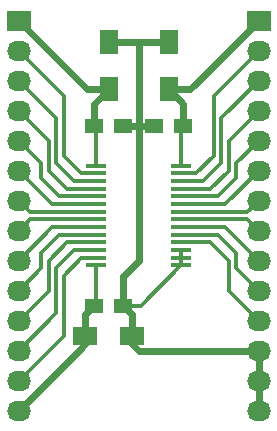
<source format=gbr>
G04 #@! TF.FileFunction,Copper,L1,Top,Signal*
%FSLAX46Y46*%
G04 Gerber Fmt 4.6, Leading zero omitted, Abs format (unit mm)*
G04 Created by KiCad (PCBNEW 4.0.2-4+6225~38~ubuntu14.04.1-stable) date Fri 11 Mar 2016 16:17:42 SAST*
%MOMM*%
G01*
G04 APERTURE LIST*
%ADD10C,0.100000*%
%ADD11R,1.600000X2.000000*%
%ADD12R,1.500000X1.250000*%
%ADD13R,2.000000X1.600000*%
%ADD14R,1.750000X0.395000*%
%ADD15R,2.032000X1.727200*%
%ADD16O,2.032000X1.727200*%
%ADD17C,0.600000*%
%ADD18C,0.300000*%
G04 APERTURE END LIST*
D10*
D11*
X167640000Y-97250000D03*
X167640000Y-93250000D03*
D12*
X166390000Y-100330000D03*
X168890000Y-100330000D03*
D13*
X165640000Y-118110000D03*
X169640000Y-118110000D03*
D12*
X166390000Y-115570000D03*
X168890000Y-115570000D03*
X173970000Y-100330000D03*
X171470000Y-100330000D03*
D11*
X172720000Y-97250000D03*
X172720000Y-93250000D03*
D14*
X166580000Y-103725000D03*
X166580000Y-104375000D03*
X166580000Y-105025000D03*
X166580000Y-105675000D03*
X166580000Y-106325000D03*
X166580000Y-106975000D03*
X166580000Y-107625000D03*
X166580000Y-108275000D03*
X166580000Y-108925000D03*
X166580000Y-109575000D03*
X166580000Y-110225000D03*
X166580000Y-110875000D03*
X166580000Y-111525000D03*
X166580000Y-112175000D03*
X173780000Y-112175000D03*
X173780000Y-111525000D03*
X173780000Y-110875000D03*
X173780000Y-110225000D03*
X173780000Y-109575000D03*
X173780000Y-108925000D03*
X173780000Y-108275000D03*
X173780000Y-107625000D03*
X173780000Y-106975000D03*
X173780000Y-106325000D03*
X173780000Y-105675000D03*
X173780000Y-105025000D03*
X173780000Y-104375000D03*
X173780000Y-103725000D03*
D15*
X160020000Y-91440000D03*
D16*
X160020000Y-93980000D03*
X160020000Y-96520000D03*
X160020000Y-99060000D03*
X160020000Y-101600000D03*
X160020000Y-104140000D03*
X160020000Y-106680000D03*
X160020000Y-109220000D03*
X160020000Y-111760000D03*
X160020000Y-114300000D03*
X160020000Y-116840000D03*
X160020000Y-119380000D03*
X160020000Y-121920000D03*
X160020000Y-124460000D03*
D15*
X180340000Y-91440000D03*
D16*
X180340000Y-93980000D03*
X180340000Y-96520000D03*
X180340000Y-99060000D03*
X180340000Y-101600000D03*
X180340000Y-104140000D03*
X180340000Y-106680000D03*
X180340000Y-109220000D03*
X180340000Y-111760000D03*
X180340000Y-114300000D03*
X180340000Y-116840000D03*
X180340000Y-119380000D03*
X180340000Y-121920000D03*
X180340000Y-124460000D03*
D17*
X167640000Y-97250000D02*
X165830000Y-97250000D01*
X165830000Y-97250000D02*
X160020000Y-91440000D01*
X166390000Y-100330000D02*
X166390000Y-98500000D01*
X166390000Y-98500000D02*
X167640000Y-97250000D01*
D18*
X166580000Y-103725000D02*
X166580000Y-100520000D01*
X166580000Y-100520000D02*
X166390000Y-100330000D01*
D17*
X170180000Y-100330000D02*
X170180000Y-111760000D01*
X168890000Y-113050000D02*
X168890000Y-115570000D01*
X170180000Y-111760000D02*
X168890000Y-113050000D01*
D18*
X168890000Y-115570000D02*
X170385000Y-115570000D01*
X170385000Y-115570000D02*
X173780000Y-112175000D01*
D17*
X180340000Y-119380000D02*
X180340000Y-121920000D01*
X180340000Y-124460000D02*
X180340000Y-121920000D01*
X169640000Y-118110000D02*
X169640000Y-118840000D01*
X169640000Y-118840000D02*
X170180000Y-119380000D01*
X170180000Y-119380000D02*
X180340000Y-119380000D01*
X170180000Y-93250000D02*
X170180000Y-100330000D01*
X167640000Y-93250000D02*
X170180000Y-93250000D01*
X170180000Y-93250000D02*
X172720000Y-93250000D01*
X168890000Y-100330000D02*
X170180000Y-100330000D01*
X170180000Y-100330000D02*
X171470000Y-100330000D01*
X169640000Y-118110000D02*
X170180000Y-118110000D01*
X169640000Y-118110000D02*
X169640000Y-116320000D01*
X169640000Y-116320000D02*
X168890000Y-115570000D01*
D18*
X173780000Y-111525000D02*
X173780000Y-112175000D01*
X173780000Y-110875000D02*
X173780000Y-111525000D01*
D17*
X165640000Y-118110000D02*
X165640000Y-118840000D01*
X165640000Y-118840000D02*
X160020000Y-124460000D01*
X165640000Y-118110000D02*
X165640000Y-116320000D01*
X165640000Y-116320000D02*
X166390000Y-115570000D01*
D18*
X166580000Y-112175000D02*
X166580000Y-115380000D01*
X166580000Y-115380000D02*
X166390000Y-115570000D01*
X166580000Y-115340000D02*
X166350000Y-115570000D01*
D17*
X172720000Y-97250000D02*
X174530000Y-97250000D01*
X174530000Y-97250000D02*
X180340000Y-91440000D01*
X173970000Y-100330000D02*
X173970000Y-98500000D01*
X173970000Y-98500000D02*
X172720000Y-97250000D01*
D18*
X173780000Y-103725000D02*
X173780000Y-100520000D01*
X173780000Y-100520000D02*
X173970000Y-100330000D01*
X166580000Y-104375000D02*
X165335000Y-104375000D01*
X163830000Y-97790000D02*
X160020000Y-93980000D01*
X163830000Y-102870000D02*
X163830000Y-97790000D01*
X165335000Y-104375000D02*
X163830000Y-102870000D01*
X166580000Y-105025000D02*
X164715000Y-105025000D01*
X163195000Y-99695000D02*
X160020000Y-96520000D01*
X163195000Y-103505000D02*
X163195000Y-99695000D01*
X164715000Y-105025000D02*
X163195000Y-103505000D01*
X166580000Y-105675000D02*
X164095000Y-105675000D01*
X162560000Y-101600000D02*
X160020000Y-99060000D01*
X162560000Y-104140000D02*
X162560000Y-101600000D01*
X164095000Y-105675000D02*
X162560000Y-104140000D01*
X166580000Y-106325000D02*
X163475000Y-106325000D01*
X161925000Y-103505000D02*
X160020000Y-101600000D01*
X161925000Y-104775000D02*
X161925000Y-103505000D01*
X163475000Y-106325000D02*
X161925000Y-104775000D01*
X166580000Y-106975000D02*
X162855000Y-106975000D01*
X162855000Y-106975000D02*
X160020000Y-104140000D01*
X166580000Y-107625000D02*
X160965000Y-107625000D01*
X160965000Y-107625000D02*
X160020000Y-106680000D01*
X166580000Y-108275000D02*
X160965000Y-108275000D01*
X160965000Y-108275000D02*
X160020000Y-109220000D01*
X166580000Y-108925000D02*
X162855000Y-108925000D01*
X162855000Y-108925000D02*
X160020000Y-111760000D01*
X166580000Y-109575000D02*
X163475000Y-109575000D01*
X161925000Y-112395000D02*
X160020000Y-114300000D01*
X161925000Y-111125000D02*
X161925000Y-112395000D01*
X163475000Y-109575000D02*
X161925000Y-111125000D01*
X166580000Y-110225000D02*
X164095000Y-110225000D01*
X162560000Y-114300000D02*
X160020000Y-116840000D01*
X162560000Y-111760000D02*
X162560000Y-114300000D01*
X164095000Y-110225000D02*
X162560000Y-111760000D01*
X166580000Y-110875000D02*
X164715000Y-110875000D01*
X163195000Y-116205000D02*
X160020000Y-119380000D01*
X163195000Y-112395000D02*
X163195000Y-116205000D01*
X164715000Y-110875000D02*
X163195000Y-112395000D01*
X166580000Y-111525000D02*
X165335000Y-111525000D01*
X163830000Y-118110000D02*
X160020000Y-121920000D01*
X163830000Y-113030000D02*
X163830000Y-118110000D01*
X165335000Y-111525000D02*
X163830000Y-113030000D01*
X173780000Y-110225000D02*
X176265000Y-110225000D01*
X177800000Y-114300000D02*
X180340000Y-116840000D01*
X177800000Y-111760000D02*
X177800000Y-114300000D01*
X176265000Y-110225000D02*
X177800000Y-111760000D01*
X173780000Y-109575000D02*
X176885000Y-109575000D01*
X178435000Y-112395000D02*
X180340000Y-114300000D01*
X178435000Y-111125000D02*
X178435000Y-112395000D01*
X176885000Y-109575000D02*
X178435000Y-111125000D01*
X173780000Y-108925000D02*
X177505000Y-108925000D01*
X177505000Y-108925000D02*
X180340000Y-111760000D01*
X173780000Y-108275000D02*
X179395000Y-108275000D01*
X179395000Y-108275000D02*
X180340000Y-109220000D01*
X173780000Y-107625000D02*
X179395000Y-107625000D01*
X179395000Y-107625000D02*
X180340000Y-106680000D01*
X173780000Y-106975000D02*
X177505000Y-106975000D01*
X177505000Y-106975000D02*
X180340000Y-104140000D01*
X173780000Y-106325000D02*
X176885000Y-106325000D01*
X178435000Y-103505000D02*
X180340000Y-101600000D01*
X178435000Y-104775000D02*
X178435000Y-103505000D01*
X176885000Y-106325000D02*
X178435000Y-104775000D01*
X173780000Y-105675000D02*
X176265000Y-105675000D01*
X177800000Y-101600000D02*
X180340000Y-99060000D01*
X177800000Y-104140000D02*
X177800000Y-101600000D01*
X176265000Y-105675000D02*
X177800000Y-104140000D01*
X173780000Y-105025000D02*
X175645000Y-105025000D01*
X177165000Y-99695000D02*
X180340000Y-96520000D01*
X177165000Y-103505000D02*
X177165000Y-99695000D01*
X175645000Y-105025000D02*
X177165000Y-103505000D01*
X173780000Y-104375000D02*
X175025000Y-104375000D01*
X176530000Y-97790000D02*
X180340000Y-93980000D01*
X176530000Y-102870000D02*
X176530000Y-97790000D01*
X175025000Y-104375000D02*
X176530000Y-102870000D01*
M02*

</source>
